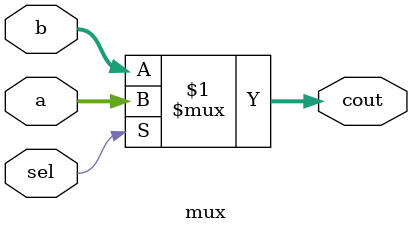
<source format=sv>
`timescale 1ns / 1ps


module mux(
    input logic [31:0] a,
    input logic [31:0] b,
    input logic sel,
    output logic [31:0] cout
    );
    assign cout = (sel) ? a : b;
    
endmodule

</source>
